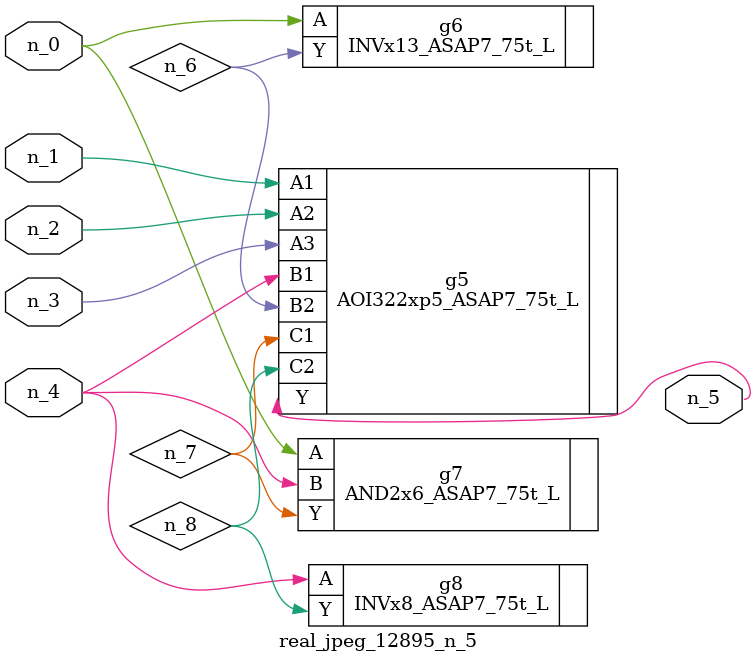
<source format=v>
module real_jpeg_12895_n_5 (n_4, n_0, n_1, n_2, n_3, n_5);

input n_4;
input n_0;
input n_1;
input n_2;
input n_3;

output n_5;

wire n_8;
wire n_6;
wire n_7;

INVx13_ASAP7_75t_L g6 ( 
.A(n_0),
.Y(n_6)
);

AND2x6_ASAP7_75t_L g7 ( 
.A(n_0),
.B(n_4),
.Y(n_7)
);

AOI322xp5_ASAP7_75t_L g5 ( 
.A1(n_1),
.A2(n_2),
.A3(n_3),
.B1(n_4),
.B2(n_6),
.C1(n_7),
.C2(n_8),
.Y(n_5)
);

INVx8_ASAP7_75t_L g8 ( 
.A(n_4),
.Y(n_8)
);


endmodule
</source>
